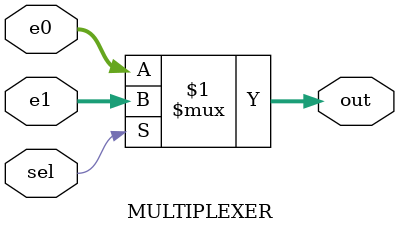
<source format=sv>
module MULTIPLEXER # (parameter WIDTH =32)
					(input [WIDTH-1:0] e0, e1,
					input sel,
					output [WIDTH-1:0] out);
					
					
assign out = sel ? e1 : e0;

endmodule
</source>
